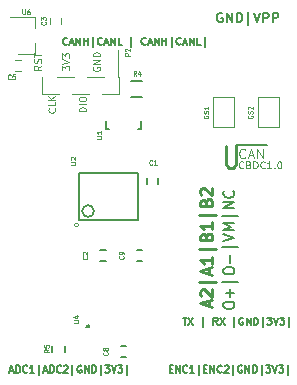
<source format=gto>
G04 #@! TF.FileFunction,Legend,Top*
%FSLAX46Y46*%
G04 Gerber Fmt 4.6, Leading zero omitted, Abs format (unit mm)*
G04 Created by KiCad (PCBNEW 4.0.4-stable) date 02/14/17 14:41:20*
%MOMM*%
%LPD*%
G01*
G04 APERTURE LIST*
%ADD10C,0.100000*%
%ADD11C,0.150000*%
%ADD12C,0.200000*%
%ADD13C,0.250000*%
%ADD14C,0.175000*%
%ADD15C,0.120000*%
%ADD16C,0.090000*%
G04 APERTURE END LIST*
D10*
D11*
X144185714Y-81514286D02*
X144157143Y-81542857D01*
X144071429Y-81571429D01*
X144014286Y-81571429D01*
X143928571Y-81542857D01*
X143871429Y-81485714D01*
X143842857Y-81428571D01*
X143814286Y-81314286D01*
X143814286Y-81228571D01*
X143842857Y-81114286D01*
X143871429Y-81057143D01*
X143928571Y-81000000D01*
X144014286Y-80971429D01*
X144071429Y-80971429D01*
X144157143Y-81000000D01*
X144185714Y-81028571D01*
X144414286Y-81400000D02*
X144700000Y-81400000D01*
X144357143Y-81571429D02*
X144557143Y-80971429D01*
X144757143Y-81571429D01*
X144957143Y-81571429D02*
X144957143Y-80971429D01*
X145300000Y-81571429D01*
X145300000Y-80971429D01*
X145585714Y-81571429D02*
X145585714Y-80971429D01*
X145585714Y-81257143D02*
X145928571Y-81257143D01*
X145928571Y-81571429D02*
X145928571Y-80971429D01*
X146357142Y-81771429D02*
X146357142Y-80914286D01*
X147128571Y-81514286D02*
X147100000Y-81542857D01*
X147014286Y-81571429D01*
X146957143Y-81571429D01*
X146871428Y-81542857D01*
X146814286Y-81485714D01*
X146785714Y-81428571D01*
X146757143Y-81314286D01*
X146757143Y-81228571D01*
X146785714Y-81114286D01*
X146814286Y-81057143D01*
X146871428Y-81000000D01*
X146957143Y-80971429D01*
X147014286Y-80971429D01*
X147100000Y-81000000D01*
X147128571Y-81028571D01*
X147357143Y-81400000D02*
X147642857Y-81400000D01*
X147300000Y-81571429D02*
X147500000Y-80971429D01*
X147700000Y-81571429D01*
X147900000Y-81571429D02*
X147900000Y-80971429D01*
X148242857Y-81571429D01*
X148242857Y-80971429D01*
X148814285Y-81571429D02*
X148528571Y-81571429D01*
X148528571Y-80971429D01*
X149614285Y-81771429D02*
X149614285Y-80914286D01*
X150842857Y-81514286D02*
X150814286Y-81542857D01*
X150728572Y-81571429D01*
X150671429Y-81571429D01*
X150585714Y-81542857D01*
X150528572Y-81485714D01*
X150500000Y-81428571D01*
X150471429Y-81314286D01*
X150471429Y-81228571D01*
X150500000Y-81114286D01*
X150528572Y-81057143D01*
X150585714Y-81000000D01*
X150671429Y-80971429D01*
X150728572Y-80971429D01*
X150814286Y-81000000D01*
X150842857Y-81028571D01*
X151071429Y-81400000D02*
X151357143Y-81400000D01*
X151014286Y-81571429D02*
X151214286Y-80971429D01*
X151414286Y-81571429D01*
X151614286Y-81571429D02*
X151614286Y-80971429D01*
X151957143Y-81571429D01*
X151957143Y-80971429D01*
X152242857Y-81571429D02*
X152242857Y-80971429D01*
X152242857Y-81257143D02*
X152585714Y-81257143D01*
X152585714Y-81571429D02*
X152585714Y-80971429D01*
X153014285Y-81771429D02*
X153014285Y-80914286D01*
X153785714Y-81514286D02*
X153757143Y-81542857D01*
X153671429Y-81571429D01*
X153614286Y-81571429D01*
X153528571Y-81542857D01*
X153471429Y-81485714D01*
X153442857Y-81428571D01*
X153414286Y-81314286D01*
X153414286Y-81228571D01*
X153442857Y-81114286D01*
X153471429Y-81057143D01*
X153528571Y-81000000D01*
X153614286Y-80971429D01*
X153671429Y-80971429D01*
X153757143Y-81000000D01*
X153785714Y-81028571D01*
X154014286Y-81400000D02*
X154300000Y-81400000D01*
X153957143Y-81571429D02*
X154157143Y-80971429D01*
X154357143Y-81571429D01*
X154557143Y-81571429D02*
X154557143Y-80971429D01*
X154900000Y-81571429D01*
X154900000Y-80971429D01*
X155471428Y-81571429D02*
X155185714Y-81571429D01*
X155185714Y-80971429D01*
X155814285Y-81771429D02*
X155814285Y-80914286D01*
D12*
X157407143Y-103714286D02*
X157407143Y-103542857D01*
X157450000Y-103457143D01*
X157535714Y-103371429D01*
X157707143Y-103328571D01*
X158007143Y-103328571D01*
X158178571Y-103371429D01*
X158264286Y-103457143D01*
X158307143Y-103542857D01*
X158307143Y-103714286D01*
X158264286Y-103800000D01*
X158178571Y-103885714D01*
X158007143Y-103928571D01*
X157707143Y-103928571D01*
X157535714Y-103885714D01*
X157450000Y-103800000D01*
X157407143Y-103714286D01*
X157964286Y-102942857D02*
X157964286Y-102257143D01*
X158307143Y-102600000D02*
X157621429Y-102600000D01*
X158607143Y-101614286D02*
X157321429Y-101614286D01*
X157407143Y-100800000D02*
X157407143Y-100628571D01*
X157450000Y-100542857D01*
X157535714Y-100457143D01*
X157707143Y-100414285D01*
X158007143Y-100414285D01*
X158178571Y-100457143D01*
X158264286Y-100542857D01*
X158307143Y-100628571D01*
X158307143Y-100800000D01*
X158264286Y-100885714D01*
X158178571Y-100971428D01*
X158007143Y-101014285D01*
X157707143Y-101014285D01*
X157535714Y-100971428D01*
X157450000Y-100885714D01*
X157407143Y-100800000D01*
X157964286Y-100028571D02*
X157964286Y-99342857D01*
X158607143Y-98700000D02*
X157321429Y-98700000D01*
X157407143Y-98185714D02*
X158307143Y-97885714D01*
X157407143Y-97585714D01*
X158307143Y-97285713D02*
X157407143Y-97285713D01*
X158050000Y-96985713D01*
X157407143Y-96685713D01*
X158307143Y-96685713D01*
X158607143Y-96042857D02*
X157321429Y-96042857D01*
X158307143Y-95399999D02*
X157407143Y-95399999D01*
X158307143Y-94885714D01*
X157407143Y-94885714D01*
X158221429Y-93942857D02*
X158264286Y-93985714D01*
X158307143Y-94114285D01*
X158307143Y-94199999D01*
X158264286Y-94328571D01*
X158178571Y-94414285D01*
X158092857Y-94457142D01*
X157921429Y-94499999D01*
X157792857Y-94499999D01*
X157621429Y-94457142D01*
X157535714Y-94414285D01*
X157450000Y-94328571D01*
X157407143Y-94199999D01*
X157407143Y-94114285D01*
X157450000Y-93985714D01*
X157492857Y-93942857D01*
D13*
X156166667Y-103709524D02*
X156166667Y-103233333D01*
X156452381Y-103804762D02*
X155452381Y-103471429D01*
X156452381Y-103138095D01*
X155547619Y-102852381D02*
X155500000Y-102804762D01*
X155452381Y-102709524D01*
X155452381Y-102471428D01*
X155500000Y-102376190D01*
X155547619Y-102328571D01*
X155642857Y-102280952D01*
X155738095Y-102280952D01*
X155880952Y-102328571D01*
X156452381Y-102900000D01*
X156452381Y-102280952D01*
X156785714Y-101614286D02*
X155357143Y-101614286D01*
X156166667Y-100947619D02*
X156166667Y-100471428D01*
X156452381Y-101042857D02*
X155452381Y-100709524D01*
X156452381Y-100376190D01*
X156452381Y-99519047D02*
X156452381Y-100090476D01*
X156452381Y-99804762D02*
X155452381Y-99804762D01*
X155595238Y-99900000D01*
X155690476Y-99995238D01*
X155738095Y-100090476D01*
X156785714Y-98852381D02*
X155357143Y-98852381D01*
X155928571Y-97804761D02*
X155976190Y-97661904D01*
X156023810Y-97614285D01*
X156119048Y-97566666D01*
X156261905Y-97566666D01*
X156357143Y-97614285D01*
X156404762Y-97661904D01*
X156452381Y-97757142D01*
X156452381Y-98138095D01*
X155452381Y-98138095D01*
X155452381Y-97804761D01*
X155500000Y-97709523D01*
X155547619Y-97661904D01*
X155642857Y-97614285D01*
X155738095Y-97614285D01*
X155833333Y-97661904D01*
X155880952Y-97709523D01*
X155928571Y-97804761D01*
X155928571Y-98138095D01*
X156452381Y-96614285D02*
X156452381Y-97185714D01*
X156452381Y-96900000D02*
X155452381Y-96900000D01*
X155595238Y-96995238D01*
X155690476Y-97090476D01*
X155738095Y-97185714D01*
X156785714Y-95947619D02*
X155357143Y-95947619D01*
X155928571Y-94899999D02*
X155976190Y-94757142D01*
X156023810Y-94709523D01*
X156119048Y-94661904D01*
X156261905Y-94661904D01*
X156357143Y-94709523D01*
X156404762Y-94757142D01*
X156452381Y-94852380D01*
X156452381Y-95233333D01*
X155452381Y-95233333D01*
X155452381Y-94899999D01*
X155500000Y-94804761D01*
X155547619Y-94757142D01*
X155642857Y-94709523D01*
X155738095Y-94709523D01*
X155833333Y-94757142D01*
X155880952Y-94804761D01*
X155928571Y-94899999D01*
X155928571Y-95233333D01*
X155547619Y-94280952D02*
X155500000Y-94233333D01*
X155452381Y-94138095D01*
X155452381Y-93899999D01*
X155500000Y-93804761D01*
X155547619Y-93757142D01*
X155642857Y-93709523D01*
X155738095Y-93709523D01*
X155880952Y-93757142D01*
X156452381Y-94328571D01*
X156452381Y-93709523D01*
D11*
X153964286Y-104671429D02*
X154307143Y-104671429D01*
X154135714Y-105271429D02*
X154135714Y-104671429D01*
X154450000Y-104671429D02*
X154850000Y-105271429D01*
X154850000Y-104671429D02*
X154450000Y-105271429D01*
X155678572Y-105471429D02*
X155678572Y-104614286D01*
X156907144Y-105271429D02*
X156707144Y-104985714D01*
X156564287Y-105271429D02*
X156564287Y-104671429D01*
X156792859Y-104671429D01*
X156850001Y-104700000D01*
X156878573Y-104728571D01*
X156907144Y-104785714D01*
X156907144Y-104871429D01*
X156878573Y-104928571D01*
X156850001Y-104957143D01*
X156792859Y-104985714D01*
X156564287Y-104985714D01*
X157107144Y-104671429D02*
X157507144Y-105271429D01*
X157507144Y-104671429D02*
X157107144Y-105271429D01*
X158335716Y-105471429D02*
X158335716Y-104614286D01*
X159078574Y-104700000D02*
X159021431Y-104671429D01*
X158935717Y-104671429D01*
X158850002Y-104700000D01*
X158792860Y-104757143D01*
X158764288Y-104814286D01*
X158735717Y-104928571D01*
X158735717Y-105014286D01*
X158764288Y-105128571D01*
X158792860Y-105185714D01*
X158850002Y-105242857D01*
X158935717Y-105271429D01*
X158992860Y-105271429D01*
X159078574Y-105242857D01*
X159107145Y-105214286D01*
X159107145Y-105014286D01*
X158992860Y-105014286D01*
X159364288Y-105271429D02*
X159364288Y-104671429D01*
X159707145Y-105271429D01*
X159707145Y-104671429D01*
X159992859Y-105271429D02*
X159992859Y-104671429D01*
X160135716Y-104671429D01*
X160221431Y-104700000D01*
X160278573Y-104757143D01*
X160307145Y-104814286D01*
X160335716Y-104928571D01*
X160335716Y-105014286D01*
X160307145Y-105128571D01*
X160278573Y-105185714D01*
X160221431Y-105242857D01*
X160135716Y-105271429D01*
X159992859Y-105271429D01*
X160735716Y-105471429D02*
X160735716Y-104614286D01*
X161107145Y-104671429D02*
X161478574Y-104671429D01*
X161278574Y-104900000D01*
X161364288Y-104900000D01*
X161421431Y-104928571D01*
X161450002Y-104957143D01*
X161478574Y-105014286D01*
X161478574Y-105157143D01*
X161450002Y-105214286D01*
X161421431Y-105242857D01*
X161364288Y-105271429D01*
X161192860Y-105271429D01*
X161135717Y-105242857D01*
X161107145Y-105214286D01*
X161650003Y-104671429D02*
X161850003Y-105271429D01*
X162050003Y-104671429D01*
X162192860Y-104671429D02*
X162564289Y-104671429D01*
X162364289Y-104900000D01*
X162450003Y-104900000D01*
X162507146Y-104928571D01*
X162535717Y-104957143D01*
X162564289Y-105014286D01*
X162564289Y-105157143D01*
X162535717Y-105214286D01*
X162507146Y-105242857D01*
X162450003Y-105271429D01*
X162278575Y-105271429D01*
X162221432Y-105242857D01*
X162192860Y-105214286D01*
X162964289Y-105471429D02*
X162964289Y-104614286D01*
X152842857Y-109007143D02*
X153042857Y-109007143D01*
X153128571Y-109321429D02*
X152842857Y-109321429D01*
X152842857Y-108721429D01*
X153128571Y-108721429D01*
X153385714Y-109321429D02*
X153385714Y-108721429D01*
X153728571Y-109321429D01*
X153728571Y-108721429D01*
X154357142Y-109264286D02*
X154328571Y-109292857D01*
X154242857Y-109321429D01*
X154185714Y-109321429D01*
X154099999Y-109292857D01*
X154042857Y-109235714D01*
X154014285Y-109178571D01*
X153985714Y-109064286D01*
X153985714Y-108978571D01*
X154014285Y-108864286D01*
X154042857Y-108807143D01*
X154099999Y-108750000D01*
X154185714Y-108721429D01*
X154242857Y-108721429D01*
X154328571Y-108750000D01*
X154357142Y-108778571D01*
X154928571Y-109321429D02*
X154585714Y-109321429D01*
X154757142Y-109321429D02*
X154757142Y-108721429D01*
X154699999Y-108807143D01*
X154642857Y-108864286D01*
X154585714Y-108892857D01*
X155328571Y-109521429D02*
X155328571Y-108664286D01*
X155757143Y-109007143D02*
X155957143Y-109007143D01*
X156042857Y-109321429D02*
X155757143Y-109321429D01*
X155757143Y-108721429D01*
X156042857Y-108721429D01*
X156300000Y-109321429D02*
X156300000Y-108721429D01*
X156642857Y-109321429D01*
X156642857Y-108721429D01*
X157271428Y-109264286D02*
X157242857Y-109292857D01*
X157157143Y-109321429D01*
X157100000Y-109321429D01*
X157014285Y-109292857D01*
X156957143Y-109235714D01*
X156928571Y-109178571D01*
X156900000Y-109064286D01*
X156900000Y-108978571D01*
X156928571Y-108864286D01*
X156957143Y-108807143D01*
X157014285Y-108750000D01*
X157100000Y-108721429D01*
X157157143Y-108721429D01*
X157242857Y-108750000D01*
X157271428Y-108778571D01*
X157500000Y-108778571D02*
X157528571Y-108750000D01*
X157585714Y-108721429D01*
X157728571Y-108721429D01*
X157785714Y-108750000D01*
X157814285Y-108778571D01*
X157842857Y-108835714D01*
X157842857Y-108892857D01*
X157814285Y-108978571D01*
X157471428Y-109321429D01*
X157842857Y-109321429D01*
X158242857Y-109521429D02*
X158242857Y-108664286D01*
X158985715Y-108750000D02*
X158928572Y-108721429D01*
X158842858Y-108721429D01*
X158757143Y-108750000D01*
X158700001Y-108807143D01*
X158671429Y-108864286D01*
X158642858Y-108978571D01*
X158642858Y-109064286D01*
X158671429Y-109178571D01*
X158700001Y-109235714D01*
X158757143Y-109292857D01*
X158842858Y-109321429D01*
X158900001Y-109321429D01*
X158985715Y-109292857D01*
X159014286Y-109264286D01*
X159014286Y-109064286D01*
X158900001Y-109064286D01*
X159271429Y-109321429D02*
X159271429Y-108721429D01*
X159614286Y-109321429D01*
X159614286Y-108721429D01*
X159900000Y-109321429D02*
X159900000Y-108721429D01*
X160042857Y-108721429D01*
X160128572Y-108750000D01*
X160185714Y-108807143D01*
X160214286Y-108864286D01*
X160242857Y-108978571D01*
X160242857Y-109064286D01*
X160214286Y-109178571D01*
X160185714Y-109235714D01*
X160128572Y-109292857D01*
X160042857Y-109321429D01*
X159900000Y-109321429D01*
X160642857Y-109521429D02*
X160642857Y-108664286D01*
X161014286Y-108721429D02*
X161385715Y-108721429D01*
X161185715Y-108950000D01*
X161271429Y-108950000D01*
X161328572Y-108978571D01*
X161357143Y-109007143D01*
X161385715Y-109064286D01*
X161385715Y-109207143D01*
X161357143Y-109264286D01*
X161328572Y-109292857D01*
X161271429Y-109321429D01*
X161100001Y-109321429D01*
X161042858Y-109292857D01*
X161014286Y-109264286D01*
X161557144Y-108721429D02*
X161757144Y-109321429D01*
X161957144Y-108721429D01*
X162100001Y-108721429D02*
X162471430Y-108721429D01*
X162271430Y-108950000D01*
X162357144Y-108950000D01*
X162414287Y-108978571D01*
X162442858Y-109007143D01*
X162471430Y-109064286D01*
X162471430Y-109207143D01*
X162442858Y-109264286D01*
X162414287Y-109292857D01*
X162357144Y-109321429D01*
X162185716Y-109321429D01*
X162128573Y-109292857D01*
X162100001Y-109264286D01*
X162871430Y-109521429D02*
X162871430Y-108664286D01*
X139314286Y-109150000D02*
X139600000Y-109150000D01*
X139257143Y-109321429D02*
X139457143Y-108721429D01*
X139657143Y-109321429D01*
X139857143Y-109321429D02*
X139857143Y-108721429D01*
X140000000Y-108721429D01*
X140085715Y-108750000D01*
X140142857Y-108807143D01*
X140171429Y-108864286D01*
X140200000Y-108978571D01*
X140200000Y-109064286D01*
X140171429Y-109178571D01*
X140142857Y-109235714D01*
X140085715Y-109292857D01*
X140000000Y-109321429D01*
X139857143Y-109321429D01*
X140800000Y-109264286D02*
X140771429Y-109292857D01*
X140685715Y-109321429D01*
X140628572Y-109321429D01*
X140542857Y-109292857D01*
X140485715Y-109235714D01*
X140457143Y-109178571D01*
X140428572Y-109064286D01*
X140428572Y-108978571D01*
X140457143Y-108864286D01*
X140485715Y-108807143D01*
X140542857Y-108750000D01*
X140628572Y-108721429D01*
X140685715Y-108721429D01*
X140771429Y-108750000D01*
X140800000Y-108778571D01*
X141371429Y-109321429D02*
X141028572Y-109321429D01*
X141200000Y-109321429D02*
X141200000Y-108721429D01*
X141142857Y-108807143D01*
X141085715Y-108864286D01*
X141028572Y-108892857D01*
X141771429Y-109521429D02*
X141771429Y-108664286D01*
X142171430Y-109150000D02*
X142457144Y-109150000D01*
X142114287Y-109321429D02*
X142314287Y-108721429D01*
X142514287Y-109321429D01*
X142714287Y-109321429D02*
X142714287Y-108721429D01*
X142857144Y-108721429D01*
X142942859Y-108750000D01*
X143000001Y-108807143D01*
X143028573Y-108864286D01*
X143057144Y-108978571D01*
X143057144Y-109064286D01*
X143028573Y-109178571D01*
X143000001Y-109235714D01*
X142942859Y-109292857D01*
X142857144Y-109321429D01*
X142714287Y-109321429D01*
X143657144Y-109264286D02*
X143628573Y-109292857D01*
X143542859Y-109321429D01*
X143485716Y-109321429D01*
X143400001Y-109292857D01*
X143342859Y-109235714D01*
X143314287Y-109178571D01*
X143285716Y-109064286D01*
X143285716Y-108978571D01*
X143314287Y-108864286D01*
X143342859Y-108807143D01*
X143400001Y-108750000D01*
X143485716Y-108721429D01*
X143542859Y-108721429D01*
X143628573Y-108750000D01*
X143657144Y-108778571D01*
X143885716Y-108778571D02*
X143914287Y-108750000D01*
X143971430Y-108721429D01*
X144114287Y-108721429D01*
X144171430Y-108750000D01*
X144200001Y-108778571D01*
X144228573Y-108835714D01*
X144228573Y-108892857D01*
X144200001Y-108978571D01*
X143857144Y-109321429D01*
X144228573Y-109321429D01*
X144628573Y-109521429D02*
X144628573Y-108664286D01*
X145371431Y-108750000D02*
X145314288Y-108721429D01*
X145228574Y-108721429D01*
X145142859Y-108750000D01*
X145085717Y-108807143D01*
X145057145Y-108864286D01*
X145028574Y-108978571D01*
X145028574Y-109064286D01*
X145057145Y-109178571D01*
X145085717Y-109235714D01*
X145142859Y-109292857D01*
X145228574Y-109321429D01*
X145285717Y-109321429D01*
X145371431Y-109292857D01*
X145400002Y-109264286D01*
X145400002Y-109064286D01*
X145285717Y-109064286D01*
X145657145Y-109321429D02*
X145657145Y-108721429D01*
X146000002Y-109321429D01*
X146000002Y-108721429D01*
X146285716Y-109321429D02*
X146285716Y-108721429D01*
X146428573Y-108721429D01*
X146514288Y-108750000D01*
X146571430Y-108807143D01*
X146600002Y-108864286D01*
X146628573Y-108978571D01*
X146628573Y-109064286D01*
X146600002Y-109178571D01*
X146571430Y-109235714D01*
X146514288Y-109292857D01*
X146428573Y-109321429D01*
X146285716Y-109321429D01*
X147028573Y-109521429D02*
X147028573Y-108664286D01*
X147400002Y-108721429D02*
X147771431Y-108721429D01*
X147571431Y-108950000D01*
X147657145Y-108950000D01*
X147714288Y-108978571D01*
X147742859Y-109007143D01*
X147771431Y-109064286D01*
X147771431Y-109207143D01*
X147742859Y-109264286D01*
X147714288Y-109292857D01*
X147657145Y-109321429D01*
X147485717Y-109321429D01*
X147428574Y-109292857D01*
X147400002Y-109264286D01*
X147942860Y-108721429D02*
X148142860Y-109321429D01*
X148342860Y-108721429D01*
X148485717Y-108721429D02*
X148857146Y-108721429D01*
X148657146Y-108950000D01*
X148742860Y-108950000D01*
X148800003Y-108978571D01*
X148828574Y-109007143D01*
X148857146Y-109064286D01*
X148857146Y-109207143D01*
X148828574Y-109264286D01*
X148800003Y-109292857D01*
X148742860Y-109321429D01*
X148571432Y-109321429D01*
X148514289Y-109292857D01*
X148485717Y-109264286D01*
X149257146Y-109521429D02*
X149257146Y-108664286D01*
D14*
X157309524Y-78900000D02*
X157233333Y-78861905D01*
X157119048Y-78861905D01*
X157004762Y-78900000D01*
X156928571Y-78976190D01*
X156890476Y-79052381D01*
X156852381Y-79204762D01*
X156852381Y-79319048D01*
X156890476Y-79471429D01*
X156928571Y-79547619D01*
X157004762Y-79623810D01*
X157119048Y-79661905D01*
X157195238Y-79661905D01*
X157309524Y-79623810D01*
X157347619Y-79585714D01*
X157347619Y-79319048D01*
X157195238Y-79319048D01*
X157690476Y-79661905D02*
X157690476Y-78861905D01*
X158147619Y-79661905D01*
X158147619Y-78861905D01*
X158528571Y-79661905D02*
X158528571Y-78861905D01*
X158719047Y-78861905D01*
X158833333Y-78900000D01*
X158909524Y-78976190D01*
X158947619Y-79052381D01*
X158985714Y-79204762D01*
X158985714Y-79319048D01*
X158947619Y-79471429D01*
X158909524Y-79547619D01*
X158833333Y-79623810D01*
X158719047Y-79661905D01*
X158528571Y-79661905D01*
X159519047Y-79928571D02*
X159519047Y-78785714D01*
X159976190Y-78861905D02*
X160242857Y-79661905D01*
X160509524Y-78861905D01*
X160776190Y-79661905D02*
X160776190Y-78861905D01*
X161080952Y-78861905D01*
X161157143Y-78900000D01*
X161195238Y-78938095D01*
X161233333Y-79014286D01*
X161233333Y-79128571D01*
X161195238Y-79204762D01*
X161157143Y-79242857D01*
X161080952Y-79280952D01*
X160776190Y-79280952D01*
X161576190Y-79661905D02*
X161576190Y-78861905D01*
X161880952Y-78861905D01*
X161957143Y-78900000D01*
X161995238Y-78938095D01*
X162033333Y-79014286D01*
X162033333Y-79128571D01*
X161995238Y-79204762D01*
X161957143Y-79242857D01*
X161880952Y-79280952D01*
X161576190Y-79280952D01*
D10*
X159094312Y-91980852D02*
X159065741Y-92009423D01*
X158980027Y-92037995D01*
X158922884Y-92037995D01*
X158837169Y-92009423D01*
X158780027Y-91952280D01*
X158751455Y-91895137D01*
X158722884Y-91780852D01*
X158722884Y-91695137D01*
X158751455Y-91580852D01*
X158780027Y-91523709D01*
X158837169Y-91466566D01*
X158922884Y-91437995D01*
X158980027Y-91437995D01*
X159065741Y-91466566D01*
X159094312Y-91495137D01*
X159551455Y-91723709D02*
X159637169Y-91752280D01*
X159665741Y-91780852D01*
X159694312Y-91837995D01*
X159694312Y-91923709D01*
X159665741Y-91980852D01*
X159637169Y-92009423D01*
X159580027Y-92037995D01*
X159351455Y-92037995D01*
X159351455Y-91437995D01*
X159551455Y-91437995D01*
X159608598Y-91466566D01*
X159637169Y-91495137D01*
X159665741Y-91552280D01*
X159665741Y-91609423D01*
X159637169Y-91666566D01*
X159608598Y-91695137D01*
X159551455Y-91723709D01*
X159351455Y-91723709D01*
X159951455Y-92037995D02*
X159951455Y-91437995D01*
X160094312Y-91437995D01*
X160180027Y-91466566D01*
X160237169Y-91523709D01*
X160265741Y-91580852D01*
X160294312Y-91695137D01*
X160294312Y-91780852D01*
X160265741Y-91895137D01*
X160237169Y-91952280D01*
X160180027Y-92009423D01*
X160094312Y-92037995D01*
X159951455Y-92037995D01*
X160894312Y-91980852D02*
X160865741Y-92009423D01*
X160780027Y-92037995D01*
X160722884Y-92037995D01*
X160637169Y-92009423D01*
X160580027Y-91952280D01*
X160551455Y-91895137D01*
X160522884Y-91780852D01*
X160522884Y-91695137D01*
X160551455Y-91580852D01*
X160580027Y-91523709D01*
X160637169Y-91466566D01*
X160722884Y-91437995D01*
X160780027Y-91437995D01*
X160865741Y-91466566D01*
X160894312Y-91495137D01*
X161465741Y-92037995D02*
X161122884Y-92037995D01*
X161294312Y-92037995D02*
X161294312Y-91437995D01*
X161237169Y-91523709D01*
X161180027Y-91580852D01*
X161122884Y-91609423D01*
X161722884Y-91980852D02*
X161751456Y-92009423D01*
X161722884Y-92037995D01*
X161694313Y-92009423D01*
X161722884Y-91980852D01*
X161722884Y-92037995D01*
X162122884Y-91437995D02*
X162180027Y-91437995D01*
X162237170Y-91466566D01*
X162265741Y-91495137D01*
X162294312Y-91552280D01*
X162322884Y-91666566D01*
X162322884Y-91809423D01*
X162294312Y-91923709D01*
X162265741Y-91980852D01*
X162237170Y-92009423D01*
X162180027Y-92037995D01*
X162122884Y-92037995D01*
X162065741Y-92009423D01*
X162037170Y-91980852D01*
X162008598Y-91923709D01*
X161980027Y-91809423D01*
X161980027Y-91666566D01*
X162008598Y-91552280D01*
X162037170Y-91495137D01*
X162065741Y-91466566D01*
X162122884Y-91437995D01*
X146400000Y-83457142D02*
X146371429Y-83514285D01*
X146371429Y-83599999D01*
X146400000Y-83685714D01*
X146457143Y-83742856D01*
X146514286Y-83771428D01*
X146628571Y-83799999D01*
X146714286Y-83799999D01*
X146828571Y-83771428D01*
X146885714Y-83742856D01*
X146942857Y-83685714D01*
X146971429Y-83599999D01*
X146971429Y-83542856D01*
X146942857Y-83457142D01*
X146914286Y-83428571D01*
X146714286Y-83428571D01*
X146714286Y-83542856D01*
X146971429Y-83171428D02*
X146371429Y-83171428D01*
X146971429Y-82828571D01*
X146371429Y-82828571D01*
X146971429Y-82542857D02*
X146371429Y-82542857D01*
X146371429Y-82400000D01*
X146400000Y-82314285D01*
X146457143Y-82257143D01*
X146514286Y-82228571D01*
X146628571Y-82200000D01*
X146714286Y-82200000D01*
X146828571Y-82228571D01*
X146885714Y-82257143D01*
X146942857Y-82314285D01*
X146971429Y-82400000D01*
X146971429Y-82542857D01*
X141971429Y-83328572D02*
X141685714Y-83528572D01*
X141971429Y-83671429D02*
X141371429Y-83671429D01*
X141371429Y-83442857D01*
X141400000Y-83385715D01*
X141428571Y-83357143D01*
X141485714Y-83328572D01*
X141571429Y-83328572D01*
X141628571Y-83357143D01*
X141657143Y-83385715D01*
X141685714Y-83442857D01*
X141685714Y-83671429D01*
X141942857Y-83100000D02*
X141971429Y-83014286D01*
X141971429Y-82871429D01*
X141942857Y-82814286D01*
X141914286Y-82785715D01*
X141857143Y-82757143D01*
X141800000Y-82757143D01*
X141742857Y-82785715D01*
X141714286Y-82814286D01*
X141685714Y-82871429D01*
X141657143Y-82985715D01*
X141628571Y-83042857D01*
X141600000Y-83071429D01*
X141542857Y-83100000D01*
X141485714Y-83100000D01*
X141428571Y-83071429D01*
X141400000Y-83042857D01*
X141371429Y-82985715D01*
X141371429Y-82842857D01*
X141400000Y-82757143D01*
X141371429Y-82585714D02*
X141371429Y-82242857D01*
X141971429Y-82414286D02*
X141371429Y-82414286D01*
X145771429Y-87214285D02*
X145171429Y-87214285D01*
X145171429Y-87071428D01*
X145200000Y-86985713D01*
X145257143Y-86928571D01*
X145314286Y-86899999D01*
X145428571Y-86871428D01*
X145514286Y-86871428D01*
X145628571Y-86899999D01*
X145685714Y-86928571D01*
X145742857Y-86985713D01*
X145771429Y-87071428D01*
X145771429Y-87214285D01*
X145771429Y-86614285D02*
X145171429Y-86614285D01*
X145171429Y-86214285D02*
X145171429Y-86099999D01*
X145200000Y-86042857D01*
X145257143Y-85985714D01*
X145371429Y-85957142D01*
X145571429Y-85957142D01*
X145685714Y-85985714D01*
X145742857Y-86042857D01*
X145771429Y-86099999D01*
X145771429Y-86214285D01*
X145742857Y-86271428D01*
X145685714Y-86328571D01*
X145571429Y-86357142D01*
X145371429Y-86357142D01*
X145257143Y-86328571D01*
X145200000Y-86271428D01*
X145171429Y-86214285D01*
X143771429Y-83742858D02*
X143771429Y-83371429D01*
X144000000Y-83571429D01*
X144000000Y-83485715D01*
X144028571Y-83428572D01*
X144057143Y-83400001D01*
X144114286Y-83371429D01*
X144257143Y-83371429D01*
X144314286Y-83400001D01*
X144342857Y-83428572D01*
X144371429Y-83485715D01*
X144371429Y-83657143D01*
X144342857Y-83714286D01*
X144314286Y-83742858D01*
X143771429Y-83200000D02*
X144371429Y-83000000D01*
X143771429Y-82800000D01*
X143771429Y-82657143D02*
X143771429Y-82285714D01*
X144000000Y-82485714D01*
X144000000Y-82400000D01*
X144028571Y-82342857D01*
X144057143Y-82314286D01*
X144114286Y-82285714D01*
X144257143Y-82285714D01*
X144314286Y-82314286D01*
X144342857Y-82342857D01*
X144371429Y-82400000D01*
X144371429Y-82571428D01*
X144342857Y-82628571D01*
X144314286Y-82657143D01*
X143114286Y-86957143D02*
X143142857Y-86985714D01*
X143171429Y-87071428D01*
X143171429Y-87128571D01*
X143142857Y-87214286D01*
X143085714Y-87271428D01*
X143028571Y-87300000D01*
X142914286Y-87328571D01*
X142828571Y-87328571D01*
X142714286Y-87300000D01*
X142657143Y-87271428D01*
X142600000Y-87214286D01*
X142571429Y-87128571D01*
X142571429Y-87071428D01*
X142600000Y-86985714D01*
X142628571Y-86957143D01*
X143171429Y-86414286D02*
X143171429Y-86700000D01*
X142571429Y-86700000D01*
X143171429Y-86214286D02*
X142571429Y-86214286D01*
X143171429Y-85871429D02*
X142828571Y-86128572D01*
X142571429Y-85871429D02*
X142914286Y-86214286D01*
D13*
X158487655Y-90116490D02*
X158487655Y-91654585D01*
X158416227Y-91835537D01*
X158344798Y-91926014D01*
X158201941Y-92016490D01*
X157916227Y-92016490D01*
X157773369Y-91926014D01*
X157701941Y-91835537D01*
X157630512Y-91654585D01*
X157630512Y-90116490D01*
D10*
X159246599Y-91087080D02*
X159208504Y-91125176D01*
X159094218Y-91163271D01*
X159018028Y-91163271D01*
X158903742Y-91125176D01*
X158827551Y-91048985D01*
X158789456Y-90972795D01*
X158751361Y-90820414D01*
X158751361Y-90706128D01*
X158789456Y-90553747D01*
X158827551Y-90477556D01*
X158903742Y-90401366D01*
X159018028Y-90363271D01*
X159094218Y-90363271D01*
X159208504Y-90401366D01*
X159246599Y-90439461D01*
X159551361Y-90934699D02*
X159932313Y-90934699D01*
X159475170Y-91163271D02*
X159741837Y-90363271D01*
X160008504Y-91163271D01*
X160275170Y-91163271D02*
X160275170Y-90363271D01*
X160732313Y-91163271D01*
X160732313Y-90363271D01*
D12*
X158465484Y-90090166D02*
X161111084Y-90090166D01*
D11*
X150925000Y-92850000D02*
X150925000Y-93350000D01*
X151875000Y-93350000D02*
X151875000Y-92850000D01*
X146950000Y-99889000D02*
X147450000Y-99889000D01*
X147450000Y-98939000D02*
X146950000Y-98939000D01*
X148700000Y-108025000D02*
X149200000Y-108025000D01*
X149200000Y-107075000D02*
X148700000Y-107075000D01*
X150550000Y-98925000D02*
X150050000Y-98925000D01*
X150050000Y-99875000D02*
X150550000Y-99875000D01*
X147650840Y-88701000D02*
X147699100Y-88701000D01*
X150449820Y-87999960D02*
X150449820Y-88701000D01*
X150449820Y-88701000D02*
X150200900Y-88701000D01*
X147650840Y-88701000D02*
X147450180Y-88701000D01*
X147450180Y-88701000D02*
X147450180Y-87999960D01*
D12*
X145200000Y-96400000D02*
X145200000Y-92400000D01*
X145200000Y-92400000D02*
X150200000Y-92400000D01*
X150200000Y-92400000D02*
X150200000Y-96400000D01*
X150200000Y-96400000D02*
X145200000Y-96400000D01*
X146450000Y-95650000D02*
G75*
G03X146450000Y-95650000I-500000J0D01*
G01*
D15*
X156560000Y-86030000D02*
X156560000Y-88570000D01*
X158340000Y-88570000D02*
X158340000Y-86030000D01*
X158340000Y-88570000D02*
X156560000Y-88570000D01*
X156560000Y-86030000D02*
X158340000Y-86030000D01*
X160310000Y-86030000D02*
X160310000Y-88570000D01*
X162090000Y-88570000D02*
X162090000Y-86030000D01*
X162090000Y-88570000D02*
X160310000Y-88570000D01*
X160310000Y-86030000D02*
X162090000Y-86030000D01*
D11*
X150550000Y-85975000D02*
X149550000Y-85975000D01*
X149550000Y-84625000D02*
X150550000Y-84625000D01*
X146000000Y-105300000D02*
X145800000Y-105500000D01*
X146000000Y-105500000D02*
X145800000Y-105500000D01*
X146000000Y-105300000D02*
X146000000Y-105500000D01*
X146000000Y-105300000D02*
X146000000Y-105300000D01*
X143975000Y-107550000D02*
X143975000Y-107050000D01*
X142925000Y-107050000D02*
X142925000Y-107550000D01*
D15*
X143675000Y-79800000D02*
X143675000Y-79300000D01*
X142725000Y-79300000D02*
X142725000Y-79800000D01*
X140250000Y-82825000D02*
X139750000Y-82825000D01*
X139750000Y-83775000D02*
X140250000Y-83775000D01*
X141460000Y-82380000D02*
X141460000Y-81450000D01*
X141460000Y-79220000D02*
X141460000Y-80150000D01*
X141460000Y-79220000D02*
X139300000Y-79220000D01*
X141460000Y-82380000D02*
X140000000Y-82380000D01*
X148515000Y-84305000D02*
X148535000Y-84305000D01*
X148535000Y-84305000D02*
X148535000Y-85695000D01*
X148535000Y-85695000D02*
X148515000Y-85695000D01*
X142085000Y-84305000D02*
X142065000Y-84305000D01*
X142065000Y-84305000D02*
X142065000Y-85695000D01*
X142065000Y-85695000D02*
X142085000Y-85695000D01*
X148535000Y-85695000D02*
X147125000Y-85695000D01*
X148515000Y-84305000D02*
X148515000Y-82000000D01*
X146015000Y-85695000D02*
X144585000Y-85695000D01*
X143475000Y-85695000D02*
X142065000Y-85695000D01*
X147285000Y-84305000D02*
X145855000Y-84305000D01*
X144745000Y-84305000D02*
X143315000Y-84305000D01*
D16*
X151383334Y-91692857D02*
X151364286Y-91711905D01*
X151307143Y-91730952D01*
X151269048Y-91730952D01*
X151211905Y-91711905D01*
X151173810Y-91673810D01*
X151154762Y-91635714D01*
X151135714Y-91559524D01*
X151135714Y-91502381D01*
X151154762Y-91426190D01*
X151173810Y-91388095D01*
X151211905Y-91350000D01*
X151269048Y-91330952D01*
X151307143Y-91330952D01*
X151364286Y-91350000D01*
X151383334Y-91369048D01*
X151764286Y-91730952D02*
X151535714Y-91730952D01*
X151650000Y-91730952D02*
X151650000Y-91330952D01*
X151611905Y-91388095D01*
X151573810Y-91426190D01*
X151535714Y-91445238D01*
X145842857Y-99480666D02*
X145861905Y-99499714D01*
X145880952Y-99556857D01*
X145880952Y-99594952D01*
X145861905Y-99652095D01*
X145823810Y-99690190D01*
X145785714Y-99709238D01*
X145709524Y-99728286D01*
X145652381Y-99728286D01*
X145576190Y-99709238D01*
X145538095Y-99690190D01*
X145500000Y-99652095D01*
X145480952Y-99594952D01*
X145480952Y-99556857D01*
X145500000Y-99499714D01*
X145519048Y-99480666D01*
X145519048Y-99328286D02*
X145500000Y-99309238D01*
X145480952Y-99271143D01*
X145480952Y-99175905D01*
X145500000Y-99137809D01*
X145519048Y-99118762D01*
X145557143Y-99099714D01*
X145595238Y-99099714D01*
X145652381Y-99118762D01*
X145880952Y-99347333D01*
X145880952Y-99099714D01*
X147592857Y-107616666D02*
X147611905Y-107635714D01*
X147630952Y-107692857D01*
X147630952Y-107730952D01*
X147611905Y-107788095D01*
X147573810Y-107826190D01*
X147535714Y-107845238D01*
X147459524Y-107864286D01*
X147402381Y-107864286D01*
X147326190Y-107845238D01*
X147288095Y-107826190D01*
X147250000Y-107788095D01*
X147230952Y-107730952D01*
X147230952Y-107692857D01*
X147250000Y-107635714D01*
X147269048Y-107616666D01*
X147402381Y-107388095D02*
X147383333Y-107426190D01*
X147364286Y-107445238D01*
X147326190Y-107464286D01*
X147307143Y-107464286D01*
X147269048Y-107445238D01*
X147250000Y-107426190D01*
X147230952Y-107388095D01*
X147230952Y-107311905D01*
X147250000Y-107273809D01*
X147269048Y-107254762D01*
X147307143Y-107235714D01*
X147326190Y-107235714D01*
X147364286Y-107254762D01*
X147383333Y-107273809D01*
X147402381Y-107311905D01*
X147402381Y-107388095D01*
X147421429Y-107426190D01*
X147440476Y-107445238D01*
X147478571Y-107464286D01*
X147554762Y-107464286D01*
X147592857Y-107445238D01*
X147611905Y-107426190D01*
X147630952Y-107388095D01*
X147630952Y-107311905D01*
X147611905Y-107273809D01*
X147592857Y-107254762D01*
X147554762Y-107235714D01*
X147478571Y-107235714D01*
X147440476Y-107254762D01*
X147421429Y-107273809D01*
X147402381Y-107311905D01*
X148918857Y-99466666D02*
X148937905Y-99485714D01*
X148956952Y-99542857D01*
X148956952Y-99580952D01*
X148937905Y-99638095D01*
X148899810Y-99676190D01*
X148861714Y-99695238D01*
X148785524Y-99714286D01*
X148728381Y-99714286D01*
X148652190Y-99695238D01*
X148614095Y-99676190D01*
X148576000Y-99638095D01*
X148556952Y-99580952D01*
X148556952Y-99542857D01*
X148576000Y-99485714D01*
X148595048Y-99466666D01*
X148956952Y-99276190D02*
X148956952Y-99200000D01*
X148937905Y-99161905D01*
X148918857Y-99142857D01*
X148861714Y-99104762D01*
X148785524Y-99085714D01*
X148633143Y-99085714D01*
X148595048Y-99104762D01*
X148576000Y-99123809D01*
X148556952Y-99161905D01*
X148556952Y-99238095D01*
X148576000Y-99276190D01*
X148595048Y-99295238D01*
X148633143Y-99314286D01*
X148728381Y-99314286D01*
X148766476Y-99295238D01*
X148785524Y-99276190D01*
X148804571Y-99238095D01*
X148804571Y-99161905D01*
X148785524Y-99123809D01*
X148766476Y-99104762D01*
X148728381Y-99085714D01*
X146680952Y-89504762D02*
X147004762Y-89504762D01*
X147042857Y-89485714D01*
X147061905Y-89466667D01*
X147080952Y-89428571D01*
X147080952Y-89352381D01*
X147061905Y-89314286D01*
X147042857Y-89295238D01*
X147004762Y-89276190D01*
X146680952Y-89276190D01*
X147080952Y-88876190D02*
X147080952Y-89104762D01*
X147080952Y-88990476D02*
X146680952Y-88990476D01*
X146738095Y-89028571D01*
X146776190Y-89066666D01*
X146795238Y-89104762D01*
X144480952Y-91704762D02*
X144804762Y-91704762D01*
X144842857Y-91685714D01*
X144861905Y-91666667D01*
X144880952Y-91628571D01*
X144880952Y-91552381D01*
X144861905Y-91514286D01*
X144842857Y-91495238D01*
X144804762Y-91476190D01*
X144480952Y-91476190D01*
X144519048Y-91304762D02*
X144500000Y-91285714D01*
X144480952Y-91247619D01*
X144480952Y-91152381D01*
X144500000Y-91114285D01*
X144519048Y-91095238D01*
X144557143Y-91076190D01*
X144595238Y-91076190D01*
X144652381Y-91095238D01*
X144880952Y-91323809D01*
X144880952Y-91076190D01*
X144771190Y-96838095D02*
X144771190Y-96761905D01*
X144809286Y-96685714D01*
X144885476Y-96647619D01*
X144961667Y-96647619D01*
X145037857Y-96685714D01*
X145075952Y-96761905D01*
X145075952Y-96838095D01*
X145037857Y-96914286D01*
X144961667Y-96952381D01*
X144885476Y-96952381D01*
X144809286Y-96914286D01*
X144771190Y-96838095D01*
X155750000Y-87576190D02*
X155730952Y-87614285D01*
X155730952Y-87671428D01*
X155750000Y-87728571D01*
X155788095Y-87766666D01*
X155826190Y-87785714D01*
X155902381Y-87804762D01*
X155959524Y-87804762D01*
X156035714Y-87785714D01*
X156073810Y-87766666D01*
X156111905Y-87728571D01*
X156130952Y-87671428D01*
X156130952Y-87633333D01*
X156111905Y-87576190D01*
X156092857Y-87557142D01*
X155959524Y-87557142D01*
X155959524Y-87633333D01*
X156111905Y-87404762D02*
X156130952Y-87347619D01*
X156130952Y-87252381D01*
X156111905Y-87214285D01*
X156092857Y-87195238D01*
X156054762Y-87176190D01*
X156016667Y-87176190D01*
X155978571Y-87195238D01*
X155959524Y-87214285D01*
X155940476Y-87252381D01*
X155921429Y-87328571D01*
X155902381Y-87366666D01*
X155883333Y-87385714D01*
X155845238Y-87404762D01*
X155807143Y-87404762D01*
X155769048Y-87385714D01*
X155750000Y-87366666D01*
X155730952Y-87328571D01*
X155730952Y-87233333D01*
X155750000Y-87176190D01*
X156130952Y-86795238D02*
X156130952Y-87023810D01*
X156130952Y-86909524D02*
X155730952Y-86909524D01*
X155788095Y-86947619D01*
X155826190Y-86985714D01*
X155845238Y-87023810D01*
X159500000Y-87576190D02*
X159480952Y-87614285D01*
X159480952Y-87671428D01*
X159500000Y-87728571D01*
X159538095Y-87766666D01*
X159576190Y-87785714D01*
X159652381Y-87804762D01*
X159709524Y-87804762D01*
X159785714Y-87785714D01*
X159823810Y-87766666D01*
X159861905Y-87728571D01*
X159880952Y-87671428D01*
X159880952Y-87633333D01*
X159861905Y-87576190D01*
X159842857Y-87557142D01*
X159709524Y-87557142D01*
X159709524Y-87633333D01*
X159861905Y-87404762D02*
X159880952Y-87347619D01*
X159880952Y-87252381D01*
X159861905Y-87214285D01*
X159842857Y-87195238D01*
X159804762Y-87176190D01*
X159766667Y-87176190D01*
X159728571Y-87195238D01*
X159709524Y-87214285D01*
X159690476Y-87252381D01*
X159671429Y-87328571D01*
X159652381Y-87366666D01*
X159633333Y-87385714D01*
X159595238Y-87404762D01*
X159557143Y-87404762D01*
X159519048Y-87385714D01*
X159500000Y-87366666D01*
X159480952Y-87328571D01*
X159480952Y-87233333D01*
X159500000Y-87176190D01*
X159519048Y-87023810D02*
X159500000Y-87004762D01*
X159480952Y-86966667D01*
X159480952Y-86871429D01*
X159500000Y-86833333D01*
X159519048Y-86814286D01*
X159557143Y-86795238D01*
X159595238Y-86795238D01*
X159652381Y-86814286D01*
X159880952Y-87042857D01*
X159880952Y-86795238D01*
X150033334Y-84180952D02*
X149900000Y-83990476D01*
X149804762Y-84180952D02*
X149804762Y-83780952D01*
X149957143Y-83780952D01*
X149995238Y-83800000D01*
X150014286Y-83819048D01*
X150033334Y-83857143D01*
X150033334Y-83914286D01*
X150014286Y-83952381D01*
X149995238Y-83971429D01*
X149957143Y-83990476D01*
X149804762Y-83990476D01*
X150376191Y-83914286D02*
X150376191Y-84180952D01*
X150280953Y-83761905D02*
X150185714Y-84047619D01*
X150433334Y-84047619D01*
X144730952Y-105104762D02*
X145054762Y-105104762D01*
X145092857Y-105085714D01*
X145111905Y-105066667D01*
X145130952Y-105028571D01*
X145130952Y-104952381D01*
X145111905Y-104914286D01*
X145092857Y-104895238D01*
X145054762Y-104876190D01*
X144730952Y-104876190D01*
X144864286Y-104514285D02*
X145130952Y-104514285D01*
X144711905Y-104609523D02*
X144997619Y-104704762D01*
X144997619Y-104457142D01*
X142630952Y-107366666D02*
X142440476Y-107500000D01*
X142630952Y-107595238D02*
X142230952Y-107595238D01*
X142230952Y-107442857D01*
X142250000Y-107404762D01*
X142269048Y-107385714D01*
X142307143Y-107366666D01*
X142364286Y-107366666D01*
X142402381Y-107385714D01*
X142421429Y-107404762D01*
X142440476Y-107442857D01*
X142440476Y-107595238D01*
X142230952Y-107004762D02*
X142230952Y-107195238D01*
X142421429Y-107214286D01*
X142402381Y-107195238D01*
X142383333Y-107157143D01*
X142383333Y-107061905D01*
X142402381Y-107023809D01*
X142421429Y-107004762D01*
X142459524Y-106985714D01*
X142554762Y-106985714D01*
X142592857Y-107004762D01*
X142611905Y-107023809D01*
X142630952Y-107061905D01*
X142630952Y-107157143D01*
X142611905Y-107195238D01*
X142592857Y-107214286D01*
X142342857Y-79616666D02*
X142361905Y-79635714D01*
X142380952Y-79692857D01*
X142380952Y-79730952D01*
X142361905Y-79788095D01*
X142323810Y-79826190D01*
X142285714Y-79845238D01*
X142209524Y-79864286D01*
X142152381Y-79864286D01*
X142076190Y-79845238D01*
X142038095Y-79826190D01*
X142000000Y-79788095D01*
X141980952Y-79730952D01*
X141980952Y-79692857D01*
X142000000Y-79635714D01*
X142019048Y-79616666D01*
X141980952Y-79483333D02*
X141980952Y-79235714D01*
X142133333Y-79369047D01*
X142133333Y-79311905D01*
X142152381Y-79273809D01*
X142171429Y-79254762D01*
X142209524Y-79235714D01*
X142304762Y-79235714D01*
X142342857Y-79254762D01*
X142361905Y-79273809D01*
X142380952Y-79311905D01*
X142380952Y-79426190D01*
X142361905Y-79464286D01*
X142342857Y-79483333D01*
X139383334Y-84442857D02*
X139364286Y-84461905D01*
X139307143Y-84480952D01*
X139269048Y-84480952D01*
X139211905Y-84461905D01*
X139173810Y-84423810D01*
X139154762Y-84385714D01*
X139135714Y-84309524D01*
X139135714Y-84252381D01*
X139154762Y-84176190D01*
X139173810Y-84138095D01*
X139211905Y-84100000D01*
X139269048Y-84080952D01*
X139307143Y-84080952D01*
X139364286Y-84100000D01*
X139383334Y-84119048D01*
X139745238Y-84080952D02*
X139554762Y-84080952D01*
X139535714Y-84271429D01*
X139554762Y-84252381D01*
X139592857Y-84233333D01*
X139688095Y-84233333D01*
X139726191Y-84252381D01*
X139745238Y-84271429D01*
X139764286Y-84309524D01*
X139764286Y-84404762D01*
X139745238Y-84442857D01*
X139726191Y-84461905D01*
X139688095Y-84480952D01*
X139592857Y-84480952D01*
X139554762Y-84461905D01*
X139535714Y-84442857D01*
X140395238Y-78580952D02*
X140395238Y-78904762D01*
X140414286Y-78942857D01*
X140433333Y-78961905D01*
X140471429Y-78980952D01*
X140547619Y-78980952D01*
X140585714Y-78961905D01*
X140604762Y-78942857D01*
X140623810Y-78904762D01*
X140623810Y-78580952D01*
X140985715Y-78580952D02*
X140909524Y-78580952D01*
X140871429Y-78600000D01*
X140852381Y-78619048D01*
X140814286Y-78676190D01*
X140795238Y-78752381D01*
X140795238Y-78904762D01*
X140814286Y-78942857D01*
X140833334Y-78961905D01*
X140871429Y-78980952D01*
X140947619Y-78980952D01*
X140985715Y-78961905D01*
X141004762Y-78942857D01*
X141023810Y-78904762D01*
X141023810Y-78809524D01*
X141004762Y-78771429D01*
X140985715Y-78752381D01*
X140947619Y-78733333D01*
X140871429Y-78733333D01*
X140833334Y-78752381D01*
X140814286Y-78771429D01*
X140795238Y-78809524D01*
D10*
X149480952Y-82495238D02*
X149080952Y-82495238D01*
X149080952Y-82342857D01*
X149100000Y-82304762D01*
X149119048Y-82285714D01*
X149157143Y-82266666D01*
X149214286Y-82266666D01*
X149252381Y-82285714D01*
X149271429Y-82304762D01*
X149290476Y-82342857D01*
X149290476Y-82495238D01*
X149119048Y-82114286D02*
X149100000Y-82095238D01*
X149080952Y-82057143D01*
X149080952Y-81961905D01*
X149100000Y-81923809D01*
X149119048Y-81904762D01*
X149157143Y-81885714D01*
X149195238Y-81885714D01*
X149252381Y-81904762D01*
X149480952Y-82133333D01*
X149480952Y-81885714D01*
M02*

</source>
